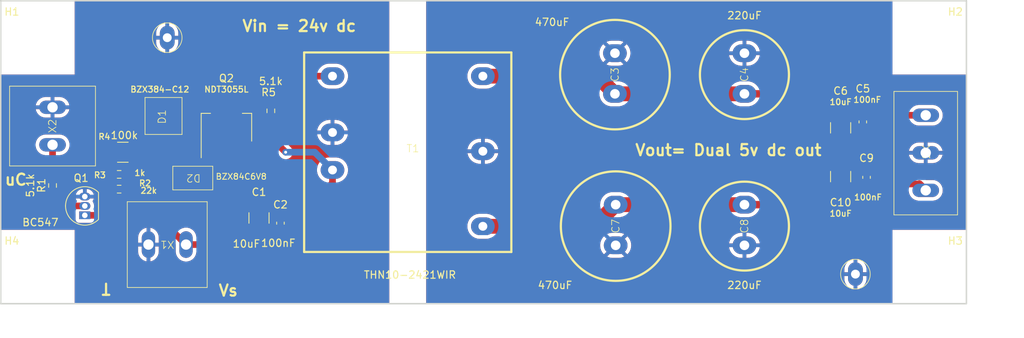
<source format=kicad_pcb>
(kicad_pcb (version 20221018) (generator pcbnew)
  (layers (0 "F.Cu" signal) (31 "B.Cu" signal) (34 "B.Paste" user) (35 "F.Paste" user) (36 "B.SilkS" user "B.Silkscreen") (37 "F.SilkS" user "F.Silkscreen") (38 "B.Mask" user) (39 "F.Mask" user) (44 "Edge.Cuts" user))
  (net 0 "")
  (net 1 "Net-(T1-Vin+(Vcc))")
  (net 2 "GND")
  (net 3 "Net-(T1-Vout+)")
  (net 4 "/GND2")
  (net 5 "Net-(T1-Vout-)")
  (net 6 "Net-(D1-K)")
  (net 7 "Net-(D2-K)")
  (net 8 "Net-(Q1-C)")
  (net 9 "Net-(Q1-B)")
  (net 10 "Net-(X2-MC+)")
  (footprint "220uF:220uF" (layer "F.Cu") (at 200.5 85 90)
    (fp_text reference "C4" (at 0 0 90 unlocked) (layer "F.SilkS") (effects (font (thickness 0.1))))
    (fp_text value "220uF" (at 8 0 unlocked) (layer "F.SilkS"))
    (fp_circle (center 0 0) (end 6.016644 0) (stroke (width 0.3)) (fill none) (layer "F.SilkS"))
    (pad "1" thru_hole oval (at -2.6 0 90) (size 2.4 3.2) (drill 1.3) (layers "*.Cu" "*.Mask") (net 3 "Net-(T1-Vout+)"))
    (pad "2" thru_hole oval (at 2.9 0 90) (size 2.4 3.2) (drill 1.3) (layers "*.Cu" "*.Mask") (net 4 "/GND2"))
  )
  (footprint "MountingHole:MountingHole_3.5mm" (layer "F.Cu") (at 105 80)
    (fp_text reference "H1" (at -3.5 -3.5) (layer "F.SilkS"))
    (fp_text value "MountingHole_3.5mm" hide)
    (pad "" np_thru_hole circle (at 0 0) (size 3.5 3.5) (drill 3.5) (layers "*.Cu" "*.Mask"))
  )
  (footprint "Capacitor_SMD:C_0603_1608Metric_Pad1.08x0.95mm_HandSolder" (layer "F.Cu") (at 217 98.9 -90)
    (fp_text reference "C9" (at -2.6 0 -180) (layer "F.SilkS"))
    (fp_text value "100nF" (at 2.7 -0.2 180) (layer "F.SilkS") (effects (font (size 0.8 0.8))))
    (fp_line (start -0.146267 -0.51) (end 0.146267 -0.51) (stroke (width 0.12)) (layer "F.SilkS"))
    (fp_line (start -0.146267 0.51) (end 0.146267 0.51) (stroke (width 0.12)) (layer "F.SilkS"))
    (pad "1" smd roundrect (at -0.8625 0 270) (size 1.075 0.95) (layers "F.Cu" "F.Paste" "F.Mask") (net 4 "/GND2"))
    (pad "2" smd roundrect (at 0.8625 0 270) (size 1.075 0.95) (layers "F.Cu" "F.Paste" "F.Mask") (net 5 "Net-(T1-Vout-)"))
  )
  (footprint "THN10-2422WIR:THN10-2422WIR" (layer "F.Cu") (at 157 105)
    (fp_text reference "T1" (at -1.3 -10 unlocked) (layer "F.SilkS") (effects (font (thickness 0.1))))
    (fp_text value "THN10-2421WIR" (at -1.7 7.1 unlocked) (layer "F.SilkS"))
    (fp_line (start -16 -23) (end 12 -23) (stroke (width 0.3)) (layer "F.SilkS"))
    (fp_line (start -16 4) (end -16 -23) (stroke (width 0.3)) (layer "F.SilkS"))
    (fp_line (start 12 -23) (end 12 4) (stroke (width 0.3)) (layer "F.SilkS"))
    (fp_line (start 12 4) (end -16 4) (stroke (width 0.3)) (layer "F.SilkS"))
    (pad "1" thru_hole oval (at -12.1666 -7.0934 90) (size 2.4 3.2) (drill 1.2) (layers "*.Cu" "*.Mask") (net 1 "Net-(T1-Vin+(Vcc))"))
    (pad "2" thru_hole oval (at -12.1666 -12.1734 90) (size 2.4 3.2) (drill 1.2) (layers "*.Cu" "*.Mask") (net 2 "GND"))
    (pad "3" thru_hole oval (at -12.1666 -19.7934 90) (size 2.4 3.2) (drill 1.2) (layers "*.Cu" "*.Mask") (net 7 "Net-(D2-K)"))
    (pad "4" thru_hole oval (at 8.1534 -19.7934 90) (size 2.4 3.2) (drill 1.2) (layers "*.Cu" "*.Mask") (net 3 "Net-(T1-Vout+)"))
    (pad "5" thru_hole oval (at 8.1534 -9.6334 90) (size 2.4 3.2) (drill 1.2) (layers "*.Cu" "*.Mask") (net 4 "/GND2"))
    (pad "6" thru_hole oval (at 8.1534 0.5266 90) (size 2.4 3.2) (drill 1.2) (layers "*.Cu" "*.Mask") (net 5 "Net-(T1-Vout-)"))
  )
  (footprint "BZX384-C12:BZX384-C12" (layer "F.Cu") (at 122 90.6 90)
    (fp_text reference "D1" (at -0.1 -0.2 90 unlocked) (layer "F.SilkS") (effects (font (thickness 0.1))))
    (fp_text value "BZX384-C12" (at 3.6 -0.5 unlocked) (layer "F.SilkS") (effects (font (size 0.8 0.8))))
    (fp_line (start -2.5 -2.5) (end 2.5 -2.5) (stroke (width 0.1)) (layer "F.SilkS"))
    (fp_line (start -2.5 2.5) (end -2.5 -2.5) (stroke (width 0.1)) (layer "F.SilkS"))
    (fp_line (start 2.5 -2.5) (end 2.5 2.5) (stroke (width 0.1)) (layer "F.SilkS"))
    (fp_line (start 2.5 2.5) (end -2.5 2.5) (stroke (width 0.1)) (layer "F.SilkS"))
    (pad "1" smd roundrect (at 0 1 90) (size 2.8 1.4) (layers "F.Cu" "F.Paste" "F.Mask") (net 6 "Net-(D1-K)"))
    (pad "2" smd roundrect (at -1.1 -1 90) (size 1.2 1.4) (layers "F.Cu" "F.Paste" "F.Mask") (net 2 "GND"))
    (pad "3" smd roundrect (at 1.1 -1 90) (size 1.2 1.4) (layers "F.Cu" "F.Paste" "F.Mask"))
  )
  (footprint "Package_TO_SOT_SMD:SOT-223-3_TabPin2" (layer "F.Cu") (at 130.5 92.15 90)
    (fp_text reference "Q2" (at 6.65 0 180) (layer "F.SilkS"))
    (fp_text value "NDT3055L" (at 5.15 0 180) (layer "F.SilkS") (effects (font (size 0.8 0.8))))
    (fp_line (start -4.1 -3.41) (end 1.91 -3.41) (stroke (width 0.12)) (layer "F.SilkS"))
    (fp_line (start -1.85 3.41) (end 1.91 3.41) (stroke (width 0.12)) (layer "F.SilkS"))
    (fp_line (start 1.91 -3.41) (end 1.91 -2.15) (stroke (width 0.12)) (layer "F.SilkS"))
    (fp_line (start 1.91 3.41) (end 1.91 2.15) (stroke (width 0.12)) (layer "F.SilkS"))
    (pad "1" smd rect (at -3.15 -2.3 90) (size 2 1.5) (layers "F.Cu" "F.Paste" "F.Mask") (net 6 "Net-(D1-K)"))
    (pad "2" smd rect (at -3.15 0 90) (size 2 1.5) (layers "F.Cu" "F.Paste" "F.Mask") (net 7 "Net-(D2-K)"))
    (pad "2" smd rect (at 3.15 0 90) (size 2 3.8) (layers "F.Cu" "F.Paste" "F.Mask") (net 7 "Net-(D2-K)"))
    (pad "3" smd rect (at -3.15 2.3 90) (size 2 1.5) (layers "F.Cu" "F.Paste" "F.Mask") (net 2 "GND"))
  )
  (footprint "Capacitor_SMD:C_1210_3225Metric_Pad1.33x2.70mm_HandSolder" (layer "F.Cu") (at 213.5 92.2 -90)
    (fp_text reference "C6" (at -5 0 -180) (layer "F.SilkS"))
    (fp_text value "10uF" (at -3.5 0 180) (layer "F.SilkS") (effects (font (size 0.8 0.8))))
    (fp_line (start -0.711252 -1.36) (end 0.711252 -1.36) (stroke (width 0.12)) (layer "F.SilkS"))
    (fp_line (start -0.711252 1.36) (end 0.711252 1.36) (stroke (width 0.12)) (layer "F.SilkS"))
    (pad "1" smd roundrect (at -1.5625 0 270) (size 1.325 2.7) (layers "F.Cu" "F.Paste" "F.Mask") (roundrect_rratio 0.188679) (net 3 "Net-(T1-Vout+)"))
    (pad "2" smd roundrect (at 1.5625 0 270) (size 1.325 2.7) (layers "F.Cu" "F.Paste" "F.Mask") (roundrect_rratio 0.188679) (net 4 "/GND2"))
  )
  (footprint "AKL073:AKL073_2" (layer "F.Cu") (at 107 91.96 90)
    (fp_text reference "X2" (at 0 0 90 unlocked) (layer "F.SilkS") (effects (font (thickness 0.1))))
    (fp_text value "2pin_screwterminal" hide)
    (fp_line (start -5.4 -5.8) (end 5.4 -5.8) (stroke (width 0.1)) (layer "F.SilkS"))
    (fp_line (start -5.4 5.8) (end -5.4 -5.8) (stroke (width 0.1)) (layer "F.SilkS"))
    (fp_line (start 5.4 -5.8) (end 5.4 5.8) (stroke (width 0.1)) (layer "F.SilkS"))
    (fp_line (start 5.4 5.8) (end -5.4 5.8) (stroke (width 0.1)) (layer "F.SilkS"))
    (pad "1" thru_hole oval (at -2.54 0 90) (size 1.8 3.6) (drill 1.4) (layers "*.Cu" "*.Mask") (net 10 "Net-(X2-MC+)"))
    (pad "2" thru_hole oval (at 2.54 0 90) (size 1.8 3.6) (drill 1.4) (layers "*.Cu" "*.Mask") (net 2 "GND"))
  )
  (footprint "Capacitor_SMD:C_0603_1608Metric_Pad1.08x0.95mm_HandSolder" (layer "F.Cu") (at 216.5 91.4 -90)
    (fp_text reference "C5" (at -4.5 0 -180) (layer "F.SilkS"))
    (fp_text value "100nF" (at -3 -0.6 180) (layer "F.SilkS") (effects (font (size 0.8 0.8))))
    (fp_line (start -0.146267 -0.51) (end 0.146267 -0.51) (stroke (width 0.12)) (layer "F.SilkS"))
    (fp_line (start -0.146267 0.51) (end 0.146267 0.51) (stroke (width 0.12)) (layer "F.SilkS"))
    (pad "1" smd roundrect (at -0.8625 0 270) (size 1.075 0.95) (layers "F.Cu" "F.Paste" "F.Mask") (net 3 "Net-(T1-Vout+)"))
    (pad "2" smd roundrect (at 0.8625 0 270) (size 1.075 0.95) (layers "F.Cu" "F.Paste" "F.Mask") (net 4 "/GND2"))
  )
  (footprint "BZX84C6V8:BZY84C6V8" (layer "F.Cu") (at 125.95 99 180)
    (fp_text reference "D2" (at -0.1 0 180 unlocked) (layer "F.SilkS") (effects (font (thickness 0.1))))
    (fp_text value "BZX84C6V8" (at -6.55 0.2 unlocked) (layer "F.SilkS") (effects (font (size 0.8 0.8) (thickness 0.125))))
    (fp_line (start -2.7 -1.6) (end 2.7 -1.6) (stroke (width 0.1)) (layer "F.SilkS"))
    (fp_line (start -2.7 1.6) (end -2.7 -1.6) (stroke (width 0.1)) (layer "F.SilkS"))
    (fp_line (start 2.7 -1.6) (end 2.7 1.6) (stroke (width 0.1)) (layer "F.SilkS"))
    (fp_line (start 2.7 1.6) (end -2.7 1.6) (stroke (width 0.1)) (layer "F.SilkS"))
    (pad "1" smd roundrect (at -1.45 0 180) (size 1.5 1.2) (layers "F.Cu" "F.Paste" "F.Mask") (net 7 "Net-(D2-K)"))
    (pad "2" smd roundrect (at 1.45 0 180) (size 1.5 1.2) (layers "F.Cu" "F.Paste" "F.Mask") (net 2 "GND"))
  )
  (footprint "Resistor_SMD:R_0603_1608Metric_Pad0.98x0.95mm_HandSolder" (layer "F.Cu") (at 116 100.5 180)
    (fp_text reference "R2" (at -3.5 0.8) (layer "F.SilkS") (effects (font (size 0.8 0.8))))
    (fp_text value "22k" (at -4 -0.2) (layer "F.SilkS") (effects (font (size 0.8 0.8))))
    (fp_line (start -0.254724 -0.5225) (end 0.254724 -0.5225) (stroke (width 0.12)) (layer "F.SilkS"))
    (fp_line (start -0.254724 0.5225) (end 0.254724 0.5225) (stroke (width 0.12)) (layer "F.SilkS"))
    (pad "1" smd roundrect (at -0.9125 0 180) (size 0.975 0.95) (layers "F.Cu" "F.Paste" "F.Mask") (net 1 "Net-(T1-Vin+(Vcc))"))
    (pad "2" smd roundrect (at 0.9125 0 180) (size 0.975 0.95) (layers "F.Cu" "F.Paste" "F.Mask") (net 8 "Net-(Q1-C)"))
  )
  (footprint "MountingHole:MountingHole_3.5mm" (layer "F.Cu") (at 225.5 80)
    (fp_text reference "H2" (at 3.5 -3.5) (layer "F.SilkS"))
    (fp_text value "MountingHole_3.5mm" hide)
    (pad "" np_thru_hole circle (at 0 0) (size 3.5 3.5) (drill 3.5) (layers "*.Cu" "*.Mask"))
  )
  (footprint "soldernail-RTML:Soldernail" (layer "F.Cu") (at 122.5 80)
    (fp_text reference "U1" hide)
    (fp_text value "~" hide)
    (fp_circle (center 0 0) (end 2 0) (stroke (width 0.1)) (fill none) (layer "F.SilkS"))
    (pad "1" thru_hole oval (at 0 0) (size 2 3.2) (drill 1.2) (layers "*.Cu" "*.Mask") (net 2 "GND"))
  )
  (footprint "470uF:470uf" (layer "F.Cu") (at 183 85 90)
    (fp_text reference "C3" (at 0 0 90 unlocked) (layer "F.SilkS") (effects (font (thickness 0.1))))
    (fp_text value "470uF" (at 7.1 -8.5 unlocked) (layer "F.SilkS"))
    (fp_circle (center 0 0) (end 7.409453 0) (stroke (width 0.3)) (fill none) (layer "F.SilkS"))
    (pad "1" thru_hole oval (at -2.6 0 90) (size 2.4 3.2) (drill 1.3) (layers "*.Cu" "*.Mask") (net 3 "Net-(T1-Vout+)"))
    (pad "2" thru_hole oval (at 2.9 0 90) (size 2.4 3.2) (drill 1.3) (layers "*.Cu" "*.Mask") (net 4 "/GND2"))
  )
  (footprint "Resistor_SMD:R_0603_1608Metric_Pad0.98x0.95mm_HandSolder" (layer "F.Cu") (at 107 100 -90)
    (fp_text reference "R1" (at 0 1.5 90) (layer "F.SilkS"))
    (fp_text value "5.1k" (at 0 3 90) (layer "F.SilkS"))
    (fp_line (start -0.254724 -0.5225) (end 0.254724 -0.5225) (stroke (width 0.12)) (layer "F.SilkS"))
    (fp_line (start -0.254724 0.5225) (end 0.254724 0.5225) (stroke (width 0.12)) (layer "F.SilkS"))
    (pad "1" smd roundrect (at -0.9125 0 270) (size 0.975 0.95) (layers "F.Cu" "F.Paste" "F.Mask") (net 10 "Net-(X2-MC+)"))
    (pad "2" smd roundrect (at 0.9125 0 270) (size 0.975 0.95) (layers "F.Cu" "F.Paste" "F.Mask") (net 9 "Net-(Q1-B)"))
  )
  (footprint "470uF:470uf" (layer "F.Cu") (at 183.1 105.5 90)
    (fp_text reference "C7" (at 0 0 90 unlocked) (layer "F.SilkS") (effects (font (thickness 0.1))))
    (fp_text value "470uF" (at -8 -8.2 unlocked) (layer "F.SilkS"))
    (fp_circle (center 0 0) (end 7.409453 0) (stroke (width 0.3)) (fill none) (layer "F.SilkS"))
    (pad "1" thru_hole oval (at -2.6 0 90) (size 2.4 3.2) (drill 1.3) (layers "*.Cu" "*.Mask") (net 4 "/GND2"))
    (pad "2" thru_hole oval (at 2.9 0 90) (size 2.4 3.2) (drill 1.3) (layers "*.Cu" "*.Mask") (net 5 "Net-(T1-Vout-)"))
  )
  (footprint "Capacitor_SMD:C_1210_3225Metric_Pad1.33x2.70mm_HandSolder" (layer "F.Cu") (at 134.9 104.4 90)
    (fp_text reference "C1" (at 3.5 0 180) (layer "F.SilkS"))
    (fp_text value "10uF" (at -3.5 -1.7 180) (layer "F.SilkS"))
    (fp_line (start -0.711252 -1.36) (end 0.711252 -1.36) (stroke (width 0.12)) (layer "F.SilkS"))
    (fp_line (start -0.711252 1.36) (end 0.711252 1.36) (stroke (width 0.12)) (layer "F.SilkS"))
    (pad "1" smd roundrect (at -1.5625 0 90) (size 1.325 2.7) (layers "F.Cu" "F.Paste" "F.Mask") (roundrect_rratio 0.188679) (net 1 "Net-(T1-Vin+(Vcc))"))
    (pad "2" smd roundrect (at 1.5625 0 90) (size 1.325 2.7) (layers "F.Cu" "F.Paste" "F.Mask") (roundrect_rratio 0.188679) (net 2 "GND"))
  )
  (footprint "Package_TO_SOT_THT:TO-92_Inline" (layer "F.Cu") (at 111.36 104.04 90)
    (fp_text reference "Q1" (at 5.04 -0.5 180) (layer "F.SilkS"))
    (fp_text value "BC547" (at -0.96 -6 180) (layer "F.SilkS"))
    (fp_line (start -0.53 1.85) (end 3.07 1.85) (stroke (width 0.12)) (layer "F.SilkS"))
    (fp_arc (start -0.568478 1.838478) (mid -1.132087 -0.994977) (end 1.27 -2.6) (stroke (width 0.12)) (layer "F.SilkS"))
    (fp_arc (start 1.27 -2.6) (mid 3.672087 -0.994977) (end 3.108478 1.838478) (stroke (width 0.12)) (layer "F.SilkS"))
    (pad "1" thru_hole rect (at 0 0 90) (size 1.05 1.5) (drill 0.75) (layers "*.Cu" "*.Mask") (net 8 "Net-(Q1-C)"))
    (pad "2" thru_hole oval (at 1.27 0 90) (size 1.05 1.5) (drill 0.75) (layers "*.Cu" "*.Mask") (net 9 "Net-(Q1-B)"))
    (pad "3" thru_hole oval (at 2.54 0 90) (size 1.05 1.5) (drill 0.75) (layers "*.Cu" "*.Mask") (net 2 "GND"))
  )
  (footprint "MountingHole:MountingHole_3.5mm" (layer "F.Cu") (at 225.5 111)
    (fp_text reference "H3" (at 3.5 -3.5) (layer "F.SilkS"))
    (fp_text value "MountingHole_3.5mm" hide)
    (pad "" np_thru_hole circle (at 0 0) (size 3.5 3.5) (drill 3.5) (layers "*.Cu" "*.Mask"))
  )
  (footprint "Capacitor_SMD:C_1210_3225Metric_Pad1.33x2.70mm_HandSolder" (layer "F.Cu") (at 213.5 98.8 -90)
    (fp_text reference "C10" (at 3.5 0 -180) (layer "F.SilkS"))
    (fp_text value "10uF" (at 5 0 180) (layer "F.SilkS") (effects (font (size 0.8 0.8))))
    (fp_line (start -0.711252 -1.36) (end 0.711252 -1.36) (stroke (width 0.12)) (layer "F.SilkS"))
    (fp_line (start -0.711252 1.36) (end 0.711252 1.36) (stroke (width 0.12)) (layer "F.SilkS"))
    (pad "1" smd roundrect (at -1.5625 0 270) (size 1.325 2.7) (layers "F.Cu" "F.Paste" "F.Mask") (roundrect_rratio 0.188679) (net 4 "/GND2"))
    (pad "2" smd roundrect (at 1.5625 0 270) (size 1.325 2.7) (layers "F.Cu" "F.Paste" "F.Mask") (roundrect_rratio 0.188679) (net 5 "Net-(T1-Vout-)"))
  )
  (footprint "AKL073_3:AKL073_3" (layer "F.Cu") (at 225 95.58 -90)
    (fp_text reference "X3" (at -0.1 0 -90 unlocked) (layer "F.SilkS") (effects (font (thickness 0.1))))
    (fp_text value "AKL073_3")
    (fp_line (start -8.3 -4.3) (end 8.4 -4.3) (stroke (width 0.1)) (layer "F.SilkS"))
    (fp_line (start -8.3 4.3) (end -8.3 -4.3) (stroke (width 0.1)) (layer "F.SilkS"))
    (fp_line (start 8.4 -4.3) (end 8.4 4.3) (stroke (width 0.1)) (layer "F.SilkS"))
    (fp_line (start 8.4 4.3) (end -8.3 4.3) (stroke (width 0.1)) (layer "F.SilkS"))
    (pad "1" thru_hole oval (at -5.08 0 90) (size 1.8 3.6) (drill 1.4) (layers "*.Cu" "*.Mask") (net 3 "Net-(T1-Vout+)"))
    (pad "2" thru_hole oval (at 0 0 90) (size 1.8 3.6) (drill 1.4) (layers "*.Cu" "*.Mask") (net 4 "/GND2"))
    (pad "3" thru_hole oval (at 5.08 0 90) (size 1.8 3.6) (drill 1.4) (layers "*.Cu" "*.Mask") (net 5 "Net-(T1-Vout-)"))
  )
  (footprint "AKL073:AKL073_2" (layer "F.Cu") (at 122.5 108 180)
    (fp_text reference "X1" (at 0 0 180 unlocked) (layer "F.SilkS") (effects (font (thickness 0.1))))
    (fp_text value "2pin_screwterminal" hide)
    (fp_line (start -5.4 -5.8) (end 5.4 -5.8) (stroke (width 0.1)) (layer "F.SilkS"))
    (fp_line (start -5.4 5.8) (end -5.4 -5.8) (stroke (width 0.1)) (layer "F.SilkS"))
    (fp_line (start 5.4 -5.8) (end 5.4 5.8) (stroke (width 0.1)) (layer "F.SilkS"))
    (fp_line (start 5.4 5.8) (end -5.4 5.8) (stroke (width 0.1)) (layer "F.SilkS"))
    (pad "1" thru_hole oval (at -2.54 0 180) (size 1.8 3.6) (drill 1.4) (layers "*.Cu" "*.Mask") (net 1 "Net-(T1-Vin+(Vcc))"))
    (pad "2" thru_hole oval (at 2.54 0 180) (size 1.8 3.6) (drill 1.4) (layers "*.Cu" "*.Mask") (net 2 "GND"))
  )
  (footprint "220uF:220uF" (layer "F.Cu") (at 200.5 105.5 90)
    (fp_text reference "C8" (at 0 0 90 unlocked) (layer "F.SilkS") (effects (font (thickness 0.1))))
    (fp_text value "220uF" (at -8 0 unlocked) (layer "F.SilkS"))
    (fp_circle (center 0 0) (end 6.016644 0) (stroke (width 0.3)) (fill none) (layer "F.SilkS"))
    (pad "1" thru_hole oval (at -2.6 0 90) (size 2.4 3.2) (drill 1.3) (layers "*.Cu" "*.Mask") (net 4 "/GND2"))
    (pad "2" thru_hole oval (at 2.9 0 90) (size 2.4 3.2) (drill 1.3) (layers "*.Cu" "*.Mask") (net 5 "Net-(T1-Vout-)"))
  )
  (footprint "Resistor_SMD:R_0603_1608Metric_Pad0.98x0.95mm_HandSolder" (layer "F.Cu") (at 136.5 89.9 90)
    (fp_text reference "R5" (at 2.5 -0.3 180) (layer "F.SilkS"))
    (fp_text value "5.1k" (at 4 0 180) (layer "F.SilkS"))
    (fp_line (start -0.254724 -0.5225) (end 0.254724 -0.5225) (stroke (width 0.12)) (layer "F.SilkS"))
    (fp_line (start -0.254724 0.5225) (end 0.254724 0.5225) (stroke (width 0.12)) (layer "F.SilkS"))
    (pad "1" smd roundrect (at -0.9125 0 90) (size 0.975 0.95) (layers "F.Cu" "F.Paste" "F.Mask") (net 1 "Net-(T1-Vin+(Vcc))"))
    (pad "2" smd roundrect (at 0.9125 0 90) (size 0.975 0.95) (layers "F.Cu" "F.Paste" "F.Mask") (net 7 "Net-(D2-K)"))
  )
  (footprint "MountingHole:MountingHole_3.5mm" (layer "F.Cu") (at 105 111)
    (fp_text reference "H4" (at -3.5 -3.5) (layer "F.SilkS"))
    (fp_text value "MountingHole_3.5mm" hide)
    (pad "" np_thru_hole circle (at 0 0) (size 3.5 3.5) (drill 3.5) (layers "*.Cu" "*.Mask"))
  )
  (footprint "Capacitor_SMD:C_0603_1608Metric_Pad1.08x0.95mm_HandSolder" (layer "F.Cu") (at 137.8 105.1 90)
    (fp_text reference "C2" (at 2.5 0 180) (layer "F.SilkS"))
    (fp_text value "100nF" (at -2.7 -0.3 180) (layer "F.SilkS"))
    (fp_line (start -0.146267 -0.51) (end 0.146267 -0.51) (stroke (width 0.12)) (layer "F.SilkS"))
    (fp_line (start -0.146267 0.51) (end 0.146267 0.51) (stroke (width 0.12)) (layer "F.SilkS"))
    (pad "1" smd roundrect (at -0.8625 0 90) (size 1.075 0.95) (layers "F.Cu" "F.Paste" "F.Mask") (net 1 "Net-(T1-Vin+(Vcc))"))
    (pad "2" smd roundrect (at 0.8625 0 90) (size 1.075 0.95) (layers "F.Cu" "F.Paste" "F.Mask") (net 2 "GND"))
  )
  (footprint "soldernail-RTML:Soldernail" (layer "F.Cu") (at 215.5 112)
    (fp_text reference "U2" hide)
    (fp_text value "~" hide)
    (fp_circle (center 0 0) (end 2 0) (stroke (width 0.1)) (fill none) (layer "F.SilkS"))
    (pad "1" thru_hole oval (at 0 0) (size 2 3.2) (drill 1.2) (layers "*.Cu" "*.Mask") (net 4 "/GND2"))
  )
  (footprint "Resistor_SMD:R_0603_1608Metric_Pad0.98x0.95mm_HandSolder" (layer "F.Cu") (at 116 98.5)
    (fp_text reference "R3" (at -2.6 0.1) (layer "F.SilkS") (effects (font (size 0.8 0.8))))
    (fp_text value "1k" (at 2.8 -0.2) (layer "F.SilkS") (effects (font (size 0.8 0.8))))
    (fp_line (start -0.254724 -0.5225) (end 0.254724 -0.5225) (stroke (width 0.12)) (layer "F.SilkS"))
    (fp_line (start -0.254724 0.5225) (end 0.254724 0.5225) (stroke (width 0.12)) (layer "F.SilkS"))
    (pad "1" smd roundrect (at -0.9125 0) (size 0.975 0.95) (layers "F.Cu" "F.Paste" "F.Mask") (net 8 "Net-(Q1-C)"))
    (pad "2" smd roundrect (at 0.9125 0) (size 0.975 0.95) (layers "F.Cu" "F.Paste" "F.Mask") (net 6 "Net-(D1-K)"))
  )
  (footprint "Resistor_SMD:R_1210_3225Metric_Pad1.30x2.65mm_HandSolder" (layer "F.Cu") (at 116.5 95.5 180)
    (fp_text reference "R4" (at 2.5 2.1) (layer "F.SilkS") (effects (font (size 0.8 0.8))))
    (fp_text value "100k" (at -0.2 2.28) (layer "F.SilkS"))
    (fp_line (start -0.723737 -1.355) (end 0.723737 -1.355) (stroke (width 0.12)) (layer "F.SilkS"))
    (fp_line (start -0.723737 1.355) (end 0.723737 1.355) (stroke (width 0.12)) (layer "F.SilkS"))
    (pad "1" smd roundrect (at -1.55 0 180) (size 1.3 2.65) (layers "F.Cu" "F.Paste" "F.Mask") (roundrect_rratio 0.192308) (net 6 "Net-(D1-K)"))
    (pad "2" smd roundrect (at 1.55 0 180) (size 1.3 2.65) (layers "F.Cu" "F.Paste" "F.Mask") (roundrect_rratio 0.192308) (net 2 "GND"))
  )
  (gr_rect (start 100 75) (end 230.5 116) (stroke (width 0.2)) (fill none) (layer "Edge.Cuts"))
  (gr_text "Vs" (at 129.3 115.1) (layer "F.SilkS") (effects (font (size 1.5 1.5) (thickness 0.3) bold) (justify left bottom)))
  (gr_text "T" (at 115 113.1 180) (layer "F.SilkS") (effects (font (size 1.5 1.5) (thickness 0.3) bold) (justify left bottom)))
  (gr_text "uC" (at 100.4 100.1) (layer "F.SilkS") (effects (font (size 1.5 1.5) (thickness 0.3) bold) (justify left bottom)))
  (gr_text "Vout= Dual 5v dc out" (at 185.6 96.1) (layer "F.SilkS") (effects (font (size 1.5 1.5) (thickness 0.3) bold) (justify left bottom)))
  (gr_text "Vin = 24v dc" (at 132.5 79.3) (layer "F.SilkS") (effects (font (size 1.5 1.5) (thickness 0.3) bold) (justify left bottom)))
  (segment (start 125.04 108) (end 129.5625 108) (width 0.9) (layer "F.Cu") (net 1))
  (segment (start 136.5 90.9125) (end 136.5 93.5) (width 0.9) (layer "F.Cu") (net 1))
  (segment (start 117.54 100.5) (end 125.04 108) (width 0.9) (layer "F.Cu") (net 1))
  (segment (start 138.5 106) (end 144.8334 99.6666) (width 0.9) (layer "F.Cu") (net 1))
  (segment (start 116.9125 100.5) (end 117.54 100.5) (width 0.9) (layer "F.Cu") (net 1))
  (segment (start 131.5625 106) (end 138.5 106) (width 0.9) (layer "F.Cu") (net 1))
  (segment (start 136.5 93.5) (end 138.5 95.5) (width 0.9) (layer "F.Cu") (net 1))
  (segment (start 129.5625 108) (end 131.5625 106) (width 0.9) (layer "F.Cu") (net 1))
  (segment (start 144.8334 99.6666) (end 144.8334 97.9066) (width 0.9) (layer "F.Cu") (net 1))
  (via (at 138.5 95.5) (size 0.8) (drill 0.4) (layers "F.Cu" "B.Cu") (net 1))
  (segment (start 142.4268 95.5) (end 144.8334 97.9066) (width 0.9) (layer "B.Cu") (net 1))
  (segment (start 138.5 95.5) (end 142.4268 95.5) (width 0.9) (layer "B.Cu") (net 1))
  (segment (start 206.9625 87.6) (end 200.5 87.6) (width 1) (layer "F.Cu") (net 3))
  (segment (start 214 90.6375) (end 214.1375 90.5) (width 0.9) (layer "F.Cu") (net 3))
  (segment (start 183 87.6) (end 200.5 87.6) (width 2) (layer "F.Cu") (net 3))
  (segment (start 210 90.6375) (end 206.9625 87.6) (width 0.9) (layer "F.Cu") (net 3))
  (segment (start 210 90.6375) (end 214 90.6375) (width 0.9) (layer "F.Cu") (net 3))
  (segment (start 180.6066 85.2066) (end 183 87.6) (width 2) (layer "F.Cu") (net 3))
  (segment (start 214.1375 90.5) (end 225 90.5) (width 0.9) (layer "F.Cu") (net 3))
  (segment (start 165.1534 85.2066) (end 180.6066 85.2066) (width 2) (layer "F.Cu") (net 3))
  (segment (start 204.3 102.6) (end 206.5375 100.3625) (width 1) (layer "F.Cu") (net 5))
  (segment (start 200.5 102.6) (end 204.3 102.6) (width 1) (layer "F.Cu") (net 5))
  (segment (start 206.5375 100.3625) (end 210 100.3625) (width 1) (layer "F.Cu") (net 5))
  (segment (start 183.1 102.6) (end 200.5 102.6) (width 2) (layer "F.Cu") (net 5))
  (segment (start 180.1734 105.5266) (end 183.1 102.6) (width 2) (layer "F.Cu") (net 5))
  (segment (start 214 100.3625) (end 214.5625 99.8) (width 0.9) (layer "F.Cu") (net 5))
  (segment (start 224.14 99.8) (end 225 100.66) (width 1) (layer "F.Cu") (net 5))
  (segment (start 210 100.3625) (end 214 100.3625) (width 1) (layer "F.Cu") (net 5))
  (segment (start 214.5625 99.8) (end 224.14 99.8) (width 0.9) (layer "F.Cu") (net 5))
  (segment (start 165.1534 105.5266) (end 180.1734 105.5266) (width 2) (layer "F.Cu") (net 5))
  (segment (start 125.5 94.5) (end 126 95) (width 1.3) (layer "F.Cu") (net 6))
  (segment (start 118.05 97.3625) (end 116.9125 98.5) (width 0.9) (layer "F.Cu") (net 6))
  (segment (start 118.05 95.5) (end 121.5 95.5) (width 1.3) (layer "F.Cu") (net 6))
  (segment (start 127.9 95) (end 128.2 95.3) (width 1.3) (layer "F.Cu") (net 6))
  (segment (start 123 90.6) (end 124.6 90.6) (width 1.3) (layer "F.Cu") (net 6))
  (segment (start 126 95) (end 127.9 95) (width 1.3) (layer "F.Cu") (net 6))
  (segment (start 125.5 91.5) (end 125.5 94.5) (width 1.3) (layer "F.Cu") (net 6))
  (segment (start 118.05 95.5) (end 118.05 97.3625) (width 0.9) (layer "F.Cu") (net 6))
  (segment (start 124.6 90.6) (end 125.5 91.5) (width 1.3) (layer "F.Cu") (net 6))
  (segment (start 123 94) (end 123 90.6) (width 1.3) (layer "F.Cu") (net 6))
  (segment (start 121.5 95.5) (end 123 94) (width 1.3) (layer "F.Cu") (net 6))
  (segment (start 130.5 95.9) (end 130.5 95.3) (width 1.2) (layer "F.Cu") (net 7))
  (segment (start 127.4 99) (end 130.5 95.9) (width 1.2) (layer "F.Cu") (net 7))
  (segment (start 130.5 89) (end 136.4125 89) (width 0.9) (layer "F.Cu") (net 7))
  (segment (start 136.4125 89) (end 136.4125 88.9875) (width 0.9) (layer "F.Cu") (net 7))
  (segment (start 140.1934 85.2066) (end 144.8334 85.2066) (width 0.9) (layer "F.Cu") (net 7))
  (segment (start 136.4125 88.9875) (end 140.1934 85.2066) (width 0.9) (layer "F.Cu") (net 7))
  (segment (start 115.0875 101.9625) (end 115.0875 100.5) (width 0.9) (layer "F.Cu") (net 8))
  (segment (start 115.0875 100.5) (end 115.0875 98.5) (width 0.9) (layer "F.Cu") (net 8))
  (segment (start 111.36 104.04) (end 113.01 104.04) (width 0.9) (layer "F.Cu") (net 8))
  (segment (start 113.01 104.04) (end 115.0875 101.9625) (width 0.9) (layer "F.Cu") (net 8))
  (segment (start 108.8575 102.77) (end 111.36 102.77) (width 0.9) (layer "F.Cu") (net 9))
  (segment (start 107 100.9125) (end 108.8575 102.77) (width 0.9) (layer "F.Cu") (net 9))
  (segment (start 107 94.5) (end 107 99.0875) (width 0.9) (layer "F.Cu") (net 10))
  (zone (net 0) (net_name "") (layers "F&B.Cu") (connect_pads (clearance 0)) (min_thickness 0.25)
    (keepout (tracks allowed) (vias allowed) (pads allowed) (copperpour not_allowed) (footprints allowed))
    (fill (thermal_gap 0.5) (thermal_bridge_width 0.5))
    (polygon (pts (xy 100 106) (xy 100 116) (xy 110 116) (xy 110 106)))
  )
  (zone (net 2) (net_name "GND") (layers "F&B.Cu") (connect_pads (clearance 0.5)) (min_thickness 0.25) (fill yes (thermal_gap 0.5) (thermal_bridge_width 0.5))
    (polygon (pts (xy 152.5 75) (xy 110 75) (xy 110 85) (xy 100 85) (xy 100 106) (xy 110 106) (xy 110 116) (xy 152.5 116)))
  )
  (zone (net 0) (net_name "") (layers "F&B.Cu") (connect_pads (clearance 0)) (min_thickness 0.25)
    (keepout (tracks allowed) (vias allowed) (pads allowed) (copperpour not_allowed) (footprints allowed))
    (fill (thermal_gap 0.5) (thermal_bridge_width 0.5))
    (polygon (pts (xy 220.5 106) (xy 220.5 116) (xy 230.5 116) (xy 230.5 106)))
  )
  (zone (net 0) (net_name "") (layers "F&B.Cu") (connect_pads (clearance 0)) (min_thickness 0.25)
    (keepout (tracks allowed) (vias allowed) (pads allowed) (copperpour not_allowed) (footprints allowed))
    (fill (thermal_gap 0.5) (thermal_bridge_width 0.5))
    (polygon (pts (xy 100 75) (xy 100 85) (xy 110 85) (xy 110 75)))
  )
  (zone (net 0) (net_name "") (layers "F&B.Cu") (connect_pads (clearance 0)) (min_thickness 0.25)
    (keepout (tracks allowed) (vias allowed) (pads allowed) (copperpour not_allowed) (footprints allowed))
    (fill (thermal_gap 0.5) (thermal_bridge_width 0.5))
    (polygon (pts (xy 220.5 75) (xy 220.5 85) (xy 230.5 85) (xy 230.5 75)))
  )
  (zone (net 4) (net_name "/GND2") (layers "F&B.Cu") (priority 1) (connect_pads (clearance 0.5)) (min_thickness 0.25) (fill yes (thermal_gap 0.5) (thermal_bridge_width 0.5))
    (polygon (pts (xy 157.5 75) (xy 220.5 75) (xy 220.5 85) (xy 230.5 85) (xy 230.5 106) (xy 220.5 106) (xy 220.5 116) (xy 157.5 116)))
  )
)
</source>
